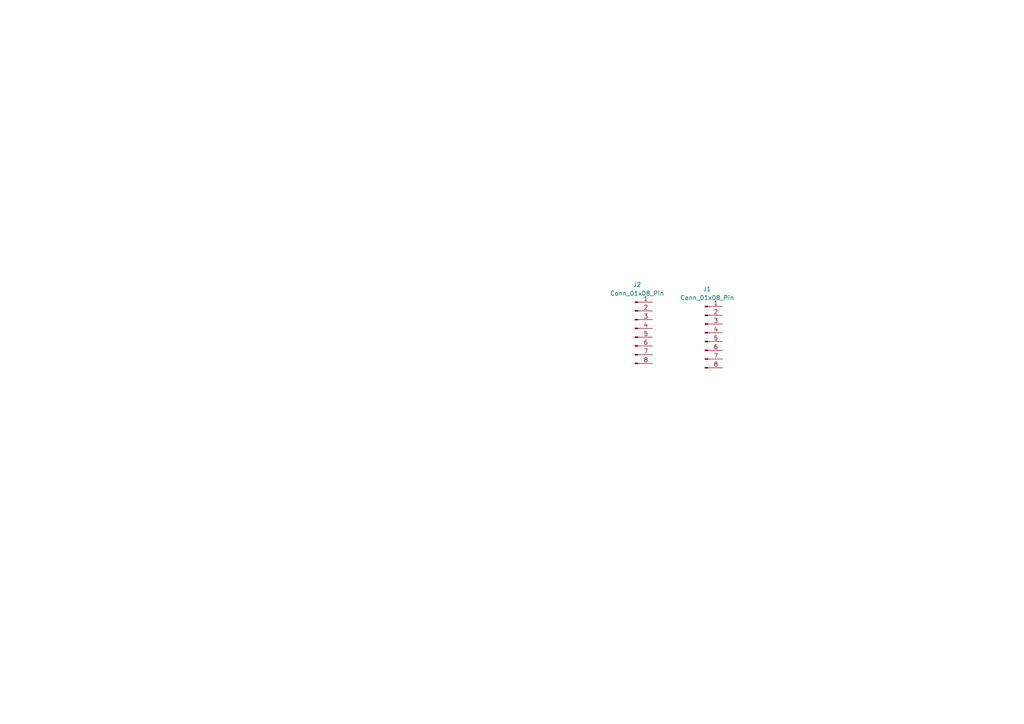
<source format=kicad_sch>
(kicad_sch (version 20250114) (generator "eeschema") (generator_version "9.0")
  (paper "A4")
  (lib_symbols
    (symbol "Connector:Conn_01x08_Pin" (pin_names (offset 1.016) (hide yes))
      (property "Reference" "J" (at 0 10.16 0))
      (property "Value" "Conn_01x08_Pin" (at 0 -12.7 0))
      (symbol "Conn_01x08_Pin_1_1"
        (rectangle (start 0.8636 7.747) (end 0 7.493) (stroke (width 0.1524)) (fill (type outline)))
        (rectangle (start 0.8636 5.207) (end 0 4.953) (stroke (width 0.1524)) (fill (type outline)))
        (rectangle (start 0.8636 2.667) (end 0 2.413) (stroke (width 0.1524)) (fill (type outline)))
        (rectangle (start 0.8636 0.127) (end 0 -0.127) (stroke (width 0.1524)) (fill (type outline)))
        (rectangle (start 0.8636 -2.413) (end 0 -2.667) (stroke (width 0.1524)) (fill (type outline)))
        (rectangle (start 0.8636 -4.953) (end 0 -5.207) (stroke (width 0.1524)) (fill (type outline)))
        (rectangle (start 0.8636 -7.493) (end 0 -7.747) (stroke (width 0.1524)) (fill (type outline)))
        (rectangle (start 0.8636 -10.033) (end 0 -10.287) (stroke (width 0.1524)) (fill (type outline)))
        (polyline (pts (xy 1.27 7.62) (xy 0.8636 7.62)) (stroke (width 0.1524)))
        (polyline (pts (xy 1.27 5.08) (xy 0.8636 5.08)) (stroke (width 0.1524)))
        (polyline (pts (xy 1.27 2.54) (xy 0.8636 2.54)) (stroke (width 0.1524)))
        (polyline (pts (xy 1.27 0) (xy 0.8636 0)) (stroke (width 0.1524)))
        (polyline (pts (xy 1.27 -2.54) (xy 0.8636 -2.54)) (stroke (width 0.1524)))
        (polyline (pts (xy 1.27 -5.08) (xy 0.8636 -5.08)) (stroke (width 0.1524)))
        (polyline (pts (xy 1.27 -7.62) (xy 0.8636 -7.62)) (stroke (width 0.1524)))
        (polyline (pts (xy 1.27 -10.16) (xy 0.8636 -10.16)) (stroke (width 0.1524)))
        (pin passive line (at 5.08 7.62 180) (length 3.81) (name "Pin_1") (number "1"))
        (pin passive line (at 5.08 5.08 180) (length 3.81) (name "Pin_2") (number "2"))
        (pin passive line (at 5.08 2.54 180) (length 3.81) (name "Pin_3") (number "3"))
        (pin passive line (at 5.08 0 180) (length 3.81) (name "Pin_4") (number "4"))
        (pin passive line (at 5.08 -2.54 180) (length 3.81) (name "Pin_5") (number "5"))
        (pin passive line (at 5.08 -5.08 180) (length 3.81) (name "Pin_6") (number "6"))
        (pin passive line (at 5.08 -7.62 180) (length 3.81) (name "Pin_7") (number "7"))
        (pin passive line (at 5.08 -10.16 180) (length 3.81) (name "Pin_8") (number "8"))
      )
    )
  )
  (symbol (lib_id "Connector:Conn_01x08_Pin") (at 204.47 96.52 0) (unit 1)
    (property "Reference" "J1" (at 205.105 83.82 0))
    (property "Value" "Conn_01x08_Pin" (at 205.105 86.36 0))
    (property "Description" "Generic connector, single row, 01x08, script generated" (effects (hide yes)))
  )
  (symbol (lib_id "Connector:Conn_01x08_Pin") (at 184.15 95.25 0) (unit 1)
    (property "Reference" "J2" (at 184.785 82.55 0))
    (property "Value" "Conn_01x08_Pin" (at 184.785 85.09 0))
    (property "Description" "Generic connector, single row, 01x08, script generated" (effects (hide yes)))
  )
)
</source>
